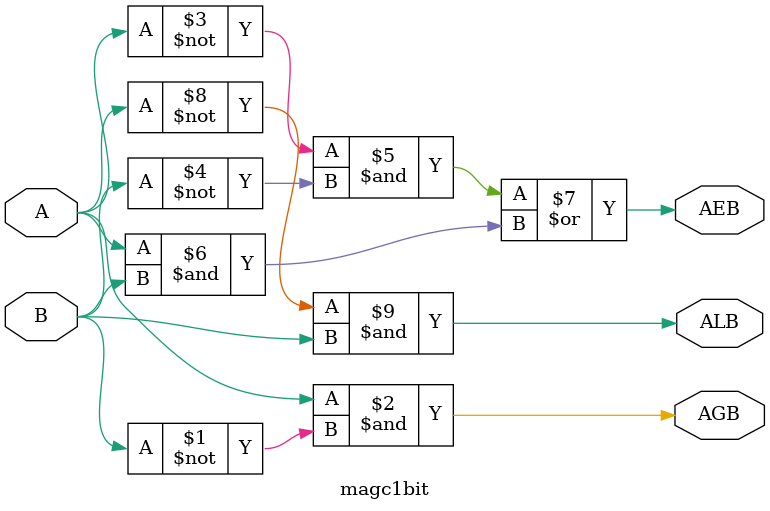
<source format=v>
module magc1bit(AGB,AEB,ALB,A,B);
	output AGB,AEB,ALB;
	input A,B;
	assign AGB=A&~B;
	assign AEB=(~A&~B)|(A&B);
	assign ALB=~A&B;
endmodule

</source>
